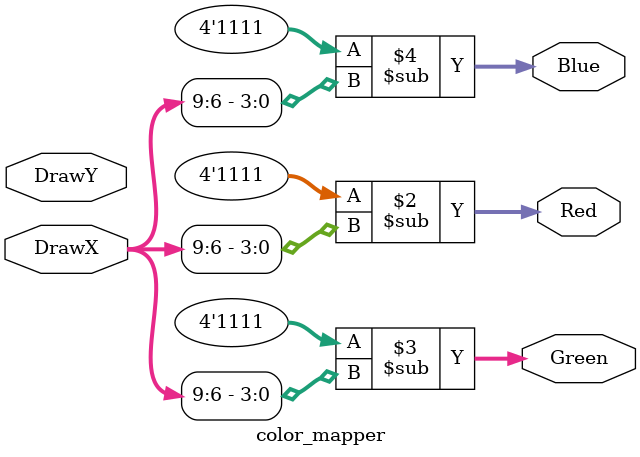
<source format=sv>


module  color_mapper ( input  logic [9:0]  DrawX, DrawY, 
                       output logic [3:0]  Red, Green, Blue );

	 
    always_comb
    begin:RGB_Display
        begin 
            Red = 4'hf - DrawX[9:6]; 
            Green = 4'hf - DrawX[9:6];
            Blue = 4'hf - DrawX[9:6];
        end      
    end 
    
endmodule

</source>
